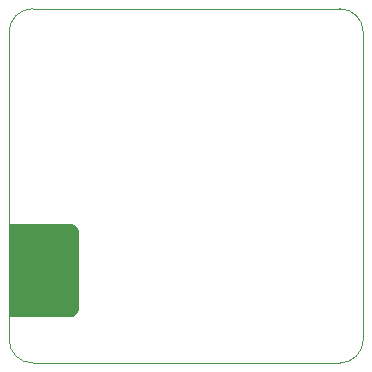
<source format=gbr>
%TF.GenerationSoftware,Altium Limited,Altium Designer,20.1.8 (145)*%
G04 Layer_Color=0*
%FSLAX44Y44*%
%MOMM*%
%TF.SameCoordinates,BF84AABB-580B-4B44-99C5-09E2CFC6D698*%
%TF.FilePolarity,Positive*%
%TF.FileFunction,Profile,NP*%
%TF.Part,Single*%
G01*
G75*
%TA.AperFunction,Profile*%
%ADD66C,0.0254*%
G36*
X9849982Y9968000D02*
X9901580D01*
X9902368D01*
X9903914Y9967693D01*
X9905369Y9967089D01*
X9906680Y9966214D01*
X9907794Y9965099D01*
X9908669Y9963790D01*
X9909272Y9962333D01*
X9909580Y9960788D01*
Y9960000D01*
D01*
Y9897000D01*
Y9896212D01*
X9909272Y9894667D01*
X9908669Y9893210D01*
X9907794Y9891901D01*
X9906680Y9890786D01*
X9905369Y9889910D01*
X9903914Y9889307D01*
X9902368Y9889000D01*
X9901580D01*
D01*
X9849982D01*
Y9968000D01*
D02*
G37*
D66*
X9850000Y9870000D02*
Y10130000D01*
D02*
G02*
X9870000Y10150000I20000J0D01*
G01*
Y10150000D01*
X10130000Y10150000D01*
D02*
G02*
X10150000Y10130000I0J-20000D01*
G01*
Y9870000D01*
D02*
G02*
X10130000Y9850000I-20000J0D01*
G01*
X9870000Y9850000D01*
Y9850000D01*
D02*
G02*
X9850000Y9870000I0J20000D01*
G01*
%TF.MD5,42dbecdd6a5d3b460f319d0d935ff3e3*%
M02*

</source>
